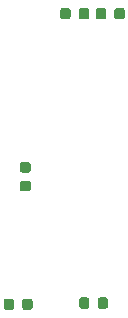
<source format=gbr>
%TF.GenerationSoftware,KiCad,Pcbnew,5.1.5+dfsg1-2build2*%
%TF.CreationDate,2021-10-16T11:12:39+01:00*%
%TF.ProjectId,bluePillG,626c7565-5069-46c6-9c47-2e6b69636164,rev?*%
%TF.SameCoordinates,Original*%
%TF.FileFunction,Paste,Bot*%
%TF.FilePolarity,Positive*%
%FSLAX46Y46*%
G04 Gerber Fmt 4.6, Leading zero omitted, Abs format (unit mm)*
G04 Created by KiCad (PCBNEW 5.1.5+dfsg1-2build2) date 2021-10-16 11:12:39*
%MOMM*%
%LPD*%
G04 APERTURE LIST*
%ADD10C,0.100000*%
G04 APERTURE END LIST*
D10*
%TO.C,R2*%
G36*
X53315191Y-61826053D02*
G01*
X53336426Y-61829203D01*
X53357250Y-61834419D01*
X53377462Y-61841651D01*
X53396868Y-61850830D01*
X53415281Y-61861866D01*
X53432524Y-61874654D01*
X53448430Y-61889070D01*
X53462846Y-61904976D01*
X53475634Y-61922219D01*
X53486670Y-61940632D01*
X53495849Y-61960038D01*
X53503081Y-61980250D01*
X53508297Y-62001074D01*
X53511447Y-62022309D01*
X53512500Y-62043750D01*
X53512500Y-62556250D01*
X53511447Y-62577691D01*
X53508297Y-62598926D01*
X53503081Y-62619750D01*
X53495849Y-62639962D01*
X53486670Y-62659368D01*
X53475634Y-62677781D01*
X53462846Y-62695024D01*
X53448430Y-62710930D01*
X53432524Y-62725346D01*
X53415281Y-62738134D01*
X53396868Y-62749170D01*
X53377462Y-62758349D01*
X53357250Y-62765581D01*
X53336426Y-62770797D01*
X53315191Y-62773947D01*
X53293750Y-62775000D01*
X52856250Y-62775000D01*
X52834809Y-62773947D01*
X52813574Y-62770797D01*
X52792750Y-62765581D01*
X52772538Y-62758349D01*
X52753132Y-62749170D01*
X52734719Y-62738134D01*
X52717476Y-62725346D01*
X52701570Y-62710930D01*
X52687154Y-62695024D01*
X52674366Y-62677781D01*
X52663330Y-62659368D01*
X52654151Y-62639962D01*
X52646919Y-62619750D01*
X52641703Y-62598926D01*
X52638553Y-62577691D01*
X52637500Y-62556250D01*
X52637500Y-62043750D01*
X52638553Y-62022309D01*
X52641703Y-62001074D01*
X52646919Y-61980250D01*
X52654151Y-61960038D01*
X52663330Y-61940632D01*
X52674366Y-61922219D01*
X52687154Y-61904976D01*
X52701570Y-61889070D01*
X52717476Y-61874654D01*
X52734719Y-61861866D01*
X52753132Y-61850830D01*
X52772538Y-61841651D01*
X52792750Y-61834419D01*
X52813574Y-61829203D01*
X52834809Y-61826053D01*
X52856250Y-61825000D01*
X53293750Y-61825000D01*
X53315191Y-61826053D01*
G37*
G36*
X51740191Y-61826053D02*
G01*
X51761426Y-61829203D01*
X51782250Y-61834419D01*
X51802462Y-61841651D01*
X51821868Y-61850830D01*
X51840281Y-61861866D01*
X51857524Y-61874654D01*
X51873430Y-61889070D01*
X51887846Y-61904976D01*
X51900634Y-61922219D01*
X51911670Y-61940632D01*
X51920849Y-61960038D01*
X51928081Y-61980250D01*
X51933297Y-62001074D01*
X51936447Y-62022309D01*
X51937500Y-62043750D01*
X51937500Y-62556250D01*
X51936447Y-62577691D01*
X51933297Y-62598926D01*
X51928081Y-62619750D01*
X51920849Y-62639962D01*
X51911670Y-62659368D01*
X51900634Y-62677781D01*
X51887846Y-62695024D01*
X51873430Y-62710930D01*
X51857524Y-62725346D01*
X51840281Y-62738134D01*
X51821868Y-62749170D01*
X51802462Y-62758349D01*
X51782250Y-62765581D01*
X51761426Y-62770797D01*
X51740191Y-62773947D01*
X51718750Y-62775000D01*
X51281250Y-62775000D01*
X51259809Y-62773947D01*
X51238574Y-62770797D01*
X51217750Y-62765581D01*
X51197538Y-62758349D01*
X51178132Y-62749170D01*
X51159719Y-62738134D01*
X51142476Y-62725346D01*
X51126570Y-62710930D01*
X51112154Y-62695024D01*
X51099366Y-62677781D01*
X51088330Y-62659368D01*
X51079151Y-62639962D01*
X51071919Y-62619750D01*
X51066703Y-62598926D01*
X51063553Y-62577691D01*
X51062500Y-62556250D01*
X51062500Y-62043750D01*
X51063553Y-62022309D01*
X51066703Y-62001074D01*
X51071919Y-61980250D01*
X51079151Y-61960038D01*
X51088330Y-61940632D01*
X51099366Y-61922219D01*
X51112154Y-61904976D01*
X51126570Y-61889070D01*
X51142476Y-61874654D01*
X51159719Y-61861866D01*
X51178132Y-61850830D01*
X51197538Y-61841651D01*
X51217750Y-61834419D01*
X51238574Y-61829203D01*
X51259809Y-61826053D01*
X51281250Y-61825000D01*
X51718750Y-61825000D01*
X51740191Y-61826053D01*
G37*
%TD*%
%TO.C,C19*%
G36*
X54915191Y-86326053D02*
G01*
X54936426Y-86329203D01*
X54957250Y-86334419D01*
X54977462Y-86341651D01*
X54996868Y-86350830D01*
X55015281Y-86361866D01*
X55032524Y-86374654D01*
X55048430Y-86389070D01*
X55062846Y-86404976D01*
X55075634Y-86422219D01*
X55086670Y-86440632D01*
X55095849Y-86460038D01*
X55103081Y-86480250D01*
X55108297Y-86501074D01*
X55111447Y-86522309D01*
X55112500Y-86543750D01*
X55112500Y-87056250D01*
X55111447Y-87077691D01*
X55108297Y-87098926D01*
X55103081Y-87119750D01*
X55095849Y-87139962D01*
X55086670Y-87159368D01*
X55075634Y-87177781D01*
X55062846Y-87195024D01*
X55048430Y-87210930D01*
X55032524Y-87225346D01*
X55015281Y-87238134D01*
X54996868Y-87249170D01*
X54977462Y-87258349D01*
X54957250Y-87265581D01*
X54936426Y-87270797D01*
X54915191Y-87273947D01*
X54893750Y-87275000D01*
X54456250Y-87275000D01*
X54434809Y-87273947D01*
X54413574Y-87270797D01*
X54392750Y-87265581D01*
X54372538Y-87258349D01*
X54353132Y-87249170D01*
X54334719Y-87238134D01*
X54317476Y-87225346D01*
X54301570Y-87210930D01*
X54287154Y-87195024D01*
X54274366Y-87177781D01*
X54263330Y-87159368D01*
X54254151Y-87139962D01*
X54246919Y-87119750D01*
X54241703Y-87098926D01*
X54238553Y-87077691D01*
X54237500Y-87056250D01*
X54237500Y-86543750D01*
X54238553Y-86522309D01*
X54241703Y-86501074D01*
X54246919Y-86480250D01*
X54254151Y-86460038D01*
X54263330Y-86440632D01*
X54274366Y-86422219D01*
X54287154Y-86404976D01*
X54301570Y-86389070D01*
X54317476Y-86374654D01*
X54334719Y-86361866D01*
X54353132Y-86350830D01*
X54372538Y-86341651D01*
X54392750Y-86334419D01*
X54413574Y-86329203D01*
X54434809Y-86326053D01*
X54456250Y-86325000D01*
X54893750Y-86325000D01*
X54915191Y-86326053D01*
G37*
G36*
X53340191Y-86326053D02*
G01*
X53361426Y-86329203D01*
X53382250Y-86334419D01*
X53402462Y-86341651D01*
X53421868Y-86350830D01*
X53440281Y-86361866D01*
X53457524Y-86374654D01*
X53473430Y-86389070D01*
X53487846Y-86404976D01*
X53500634Y-86422219D01*
X53511670Y-86440632D01*
X53520849Y-86460038D01*
X53528081Y-86480250D01*
X53533297Y-86501074D01*
X53536447Y-86522309D01*
X53537500Y-86543750D01*
X53537500Y-87056250D01*
X53536447Y-87077691D01*
X53533297Y-87098926D01*
X53528081Y-87119750D01*
X53520849Y-87139962D01*
X53511670Y-87159368D01*
X53500634Y-87177781D01*
X53487846Y-87195024D01*
X53473430Y-87210930D01*
X53457524Y-87225346D01*
X53440281Y-87238134D01*
X53421868Y-87249170D01*
X53402462Y-87258349D01*
X53382250Y-87265581D01*
X53361426Y-87270797D01*
X53340191Y-87273947D01*
X53318750Y-87275000D01*
X52881250Y-87275000D01*
X52859809Y-87273947D01*
X52838574Y-87270797D01*
X52817750Y-87265581D01*
X52797538Y-87258349D01*
X52778132Y-87249170D01*
X52759719Y-87238134D01*
X52742476Y-87225346D01*
X52726570Y-87210930D01*
X52712154Y-87195024D01*
X52699366Y-87177781D01*
X52688330Y-87159368D01*
X52679151Y-87139962D01*
X52671919Y-87119750D01*
X52666703Y-87098926D01*
X52663553Y-87077691D01*
X52662500Y-87056250D01*
X52662500Y-86543750D01*
X52663553Y-86522309D01*
X52666703Y-86501074D01*
X52671919Y-86480250D01*
X52679151Y-86460038D01*
X52688330Y-86440632D01*
X52699366Y-86422219D01*
X52712154Y-86404976D01*
X52726570Y-86389070D01*
X52742476Y-86374654D01*
X52759719Y-86361866D01*
X52778132Y-86350830D01*
X52797538Y-86341651D01*
X52817750Y-86334419D01*
X52838574Y-86329203D01*
X52859809Y-86326053D01*
X52881250Y-86325000D01*
X53318750Y-86325000D01*
X53340191Y-86326053D01*
G37*
%TD*%
%TO.C,C18*%
G36*
X46952691Y-86426053D02*
G01*
X46973926Y-86429203D01*
X46994750Y-86434419D01*
X47014962Y-86441651D01*
X47034368Y-86450830D01*
X47052781Y-86461866D01*
X47070024Y-86474654D01*
X47085930Y-86489070D01*
X47100346Y-86504976D01*
X47113134Y-86522219D01*
X47124170Y-86540632D01*
X47133349Y-86560038D01*
X47140581Y-86580250D01*
X47145797Y-86601074D01*
X47148947Y-86622309D01*
X47150000Y-86643750D01*
X47150000Y-87156250D01*
X47148947Y-87177691D01*
X47145797Y-87198926D01*
X47140581Y-87219750D01*
X47133349Y-87239962D01*
X47124170Y-87259368D01*
X47113134Y-87277781D01*
X47100346Y-87295024D01*
X47085930Y-87310930D01*
X47070024Y-87325346D01*
X47052781Y-87338134D01*
X47034368Y-87349170D01*
X47014962Y-87358349D01*
X46994750Y-87365581D01*
X46973926Y-87370797D01*
X46952691Y-87373947D01*
X46931250Y-87375000D01*
X46493750Y-87375000D01*
X46472309Y-87373947D01*
X46451074Y-87370797D01*
X46430250Y-87365581D01*
X46410038Y-87358349D01*
X46390632Y-87349170D01*
X46372219Y-87338134D01*
X46354976Y-87325346D01*
X46339070Y-87310930D01*
X46324654Y-87295024D01*
X46311866Y-87277781D01*
X46300830Y-87259368D01*
X46291651Y-87239962D01*
X46284419Y-87219750D01*
X46279203Y-87198926D01*
X46276053Y-87177691D01*
X46275000Y-87156250D01*
X46275000Y-86643750D01*
X46276053Y-86622309D01*
X46279203Y-86601074D01*
X46284419Y-86580250D01*
X46291651Y-86560038D01*
X46300830Y-86540632D01*
X46311866Y-86522219D01*
X46324654Y-86504976D01*
X46339070Y-86489070D01*
X46354976Y-86474654D01*
X46372219Y-86461866D01*
X46390632Y-86450830D01*
X46410038Y-86441651D01*
X46430250Y-86434419D01*
X46451074Y-86429203D01*
X46472309Y-86426053D01*
X46493750Y-86425000D01*
X46931250Y-86425000D01*
X46952691Y-86426053D01*
G37*
G36*
X48527691Y-86426053D02*
G01*
X48548926Y-86429203D01*
X48569750Y-86434419D01*
X48589962Y-86441651D01*
X48609368Y-86450830D01*
X48627781Y-86461866D01*
X48645024Y-86474654D01*
X48660930Y-86489070D01*
X48675346Y-86504976D01*
X48688134Y-86522219D01*
X48699170Y-86540632D01*
X48708349Y-86560038D01*
X48715581Y-86580250D01*
X48720797Y-86601074D01*
X48723947Y-86622309D01*
X48725000Y-86643750D01*
X48725000Y-87156250D01*
X48723947Y-87177691D01*
X48720797Y-87198926D01*
X48715581Y-87219750D01*
X48708349Y-87239962D01*
X48699170Y-87259368D01*
X48688134Y-87277781D01*
X48675346Y-87295024D01*
X48660930Y-87310930D01*
X48645024Y-87325346D01*
X48627781Y-87338134D01*
X48609368Y-87349170D01*
X48589962Y-87358349D01*
X48569750Y-87365581D01*
X48548926Y-87370797D01*
X48527691Y-87373947D01*
X48506250Y-87375000D01*
X48068750Y-87375000D01*
X48047309Y-87373947D01*
X48026074Y-87370797D01*
X48005250Y-87365581D01*
X47985038Y-87358349D01*
X47965632Y-87349170D01*
X47947219Y-87338134D01*
X47929976Y-87325346D01*
X47914070Y-87310930D01*
X47899654Y-87295024D01*
X47886866Y-87277781D01*
X47875830Y-87259368D01*
X47866651Y-87239962D01*
X47859419Y-87219750D01*
X47854203Y-87198926D01*
X47851053Y-87177691D01*
X47850000Y-87156250D01*
X47850000Y-86643750D01*
X47851053Y-86622309D01*
X47854203Y-86601074D01*
X47859419Y-86580250D01*
X47866651Y-86560038D01*
X47875830Y-86540632D01*
X47886866Y-86522219D01*
X47899654Y-86504976D01*
X47914070Y-86489070D01*
X47929976Y-86474654D01*
X47947219Y-86461866D01*
X47965632Y-86450830D01*
X47985038Y-86441651D01*
X48005250Y-86434419D01*
X48026074Y-86429203D01*
X48047309Y-86426053D01*
X48068750Y-86425000D01*
X48506250Y-86425000D01*
X48527691Y-86426053D01*
G37*
%TD*%
%TO.C,C15*%
G36*
X56327691Y-61826053D02*
G01*
X56348926Y-61829203D01*
X56369750Y-61834419D01*
X56389962Y-61841651D01*
X56409368Y-61850830D01*
X56427781Y-61861866D01*
X56445024Y-61874654D01*
X56460930Y-61889070D01*
X56475346Y-61904976D01*
X56488134Y-61922219D01*
X56499170Y-61940632D01*
X56508349Y-61960038D01*
X56515581Y-61980250D01*
X56520797Y-62001074D01*
X56523947Y-62022309D01*
X56525000Y-62043750D01*
X56525000Y-62556250D01*
X56523947Y-62577691D01*
X56520797Y-62598926D01*
X56515581Y-62619750D01*
X56508349Y-62639962D01*
X56499170Y-62659368D01*
X56488134Y-62677781D01*
X56475346Y-62695024D01*
X56460930Y-62710930D01*
X56445024Y-62725346D01*
X56427781Y-62738134D01*
X56409368Y-62749170D01*
X56389962Y-62758349D01*
X56369750Y-62765581D01*
X56348926Y-62770797D01*
X56327691Y-62773947D01*
X56306250Y-62775000D01*
X55868750Y-62775000D01*
X55847309Y-62773947D01*
X55826074Y-62770797D01*
X55805250Y-62765581D01*
X55785038Y-62758349D01*
X55765632Y-62749170D01*
X55747219Y-62738134D01*
X55729976Y-62725346D01*
X55714070Y-62710930D01*
X55699654Y-62695024D01*
X55686866Y-62677781D01*
X55675830Y-62659368D01*
X55666651Y-62639962D01*
X55659419Y-62619750D01*
X55654203Y-62598926D01*
X55651053Y-62577691D01*
X55650000Y-62556250D01*
X55650000Y-62043750D01*
X55651053Y-62022309D01*
X55654203Y-62001074D01*
X55659419Y-61980250D01*
X55666651Y-61960038D01*
X55675830Y-61940632D01*
X55686866Y-61922219D01*
X55699654Y-61904976D01*
X55714070Y-61889070D01*
X55729976Y-61874654D01*
X55747219Y-61861866D01*
X55765632Y-61850830D01*
X55785038Y-61841651D01*
X55805250Y-61834419D01*
X55826074Y-61829203D01*
X55847309Y-61826053D01*
X55868750Y-61825000D01*
X56306250Y-61825000D01*
X56327691Y-61826053D01*
G37*
G36*
X54752691Y-61826053D02*
G01*
X54773926Y-61829203D01*
X54794750Y-61834419D01*
X54814962Y-61841651D01*
X54834368Y-61850830D01*
X54852781Y-61861866D01*
X54870024Y-61874654D01*
X54885930Y-61889070D01*
X54900346Y-61904976D01*
X54913134Y-61922219D01*
X54924170Y-61940632D01*
X54933349Y-61960038D01*
X54940581Y-61980250D01*
X54945797Y-62001074D01*
X54948947Y-62022309D01*
X54950000Y-62043750D01*
X54950000Y-62556250D01*
X54948947Y-62577691D01*
X54945797Y-62598926D01*
X54940581Y-62619750D01*
X54933349Y-62639962D01*
X54924170Y-62659368D01*
X54913134Y-62677781D01*
X54900346Y-62695024D01*
X54885930Y-62710930D01*
X54870024Y-62725346D01*
X54852781Y-62738134D01*
X54834368Y-62749170D01*
X54814962Y-62758349D01*
X54794750Y-62765581D01*
X54773926Y-62770797D01*
X54752691Y-62773947D01*
X54731250Y-62775000D01*
X54293750Y-62775000D01*
X54272309Y-62773947D01*
X54251074Y-62770797D01*
X54230250Y-62765581D01*
X54210038Y-62758349D01*
X54190632Y-62749170D01*
X54172219Y-62738134D01*
X54154976Y-62725346D01*
X54139070Y-62710930D01*
X54124654Y-62695024D01*
X54111866Y-62677781D01*
X54100830Y-62659368D01*
X54091651Y-62639962D01*
X54084419Y-62619750D01*
X54079203Y-62598926D01*
X54076053Y-62577691D01*
X54075000Y-62556250D01*
X54075000Y-62043750D01*
X54076053Y-62022309D01*
X54079203Y-62001074D01*
X54084419Y-61980250D01*
X54091651Y-61960038D01*
X54100830Y-61940632D01*
X54111866Y-61922219D01*
X54124654Y-61904976D01*
X54139070Y-61889070D01*
X54154976Y-61874654D01*
X54172219Y-61861866D01*
X54190632Y-61850830D01*
X54210038Y-61841651D01*
X54230250Y-61834419D01*
X54251074Y-61829203D01*
X54272309Y-61826053D01*
X54293750Y-61825000D01*
X54731250Y-61825000D01*
X54752691Y-61826053D01*
G37*
%TD*%
%TO.C,C5*%
G36*
X48377691Y-74876053D02*
G01*
X48398926Y-74879203D01*
X48419750Y-74884419D01*
X48439962Y-74891651D01*
X48459368Y-74900830D01*
X48477781Y-74911866D01*
X48495024Y-74924654D01*
X48510930Y-74939070D01*
X48525346Y-74954976D01*
X48538134Y-74972219D01*
X48549170Y-74990632D01*
X48558349Y-75010038D01*
X48565581Y-75030250D01*
X48570797Y-75051074D01*
X48573947Y-75072309D01*
X48575000Y-75093750D01*
X48575000Y-75531250D01*
X48573947Y-75552691D01*
X48570797Y-75573926D01*
X48565581Y-75594750D01*
X48558349Y-75614962D01*
X48549170Y-75634368D01*
X48538134Y-75652781D01*
X48525346Y-75670024D01*
X48510930Y-75685930D01*
X48495024Y-75700346D01*
X48477781Y-75713134D01*
X48459368Y-75724170D01*
X48439962Y-75733349D01*
X48419750Y-75740581D01*
X48398926Y-75745797D01*
X48377691Y-75748947D01*
X48356250Y-75750000D01*
X47843750Y-75750000D01*
X47822309Y-75748947D01*
X47801074Y-75745797D01*
X47780250Y-75740581D01*
X47760038Y-75733349D01*
X47740632Y-75724170D01*
X47722219Y-75713134D01*
X47704976Y-75700346D01*
X47689070Y-75685930D01*
X47674654Y-75670024D01*
X47661866Y-75652781D01*
X47650830Y-75634368D01*
X47641651Y-75614962D01*
X47634419Y-75594750D01*
X47629203Y-75573926D01*
X47626053Y-75552691D01*
X47625000Y-75531250D01*
X47625000Y-75093750D01*
X47626053Y-75072309D01*
X47629203Y-75051074D01*
X47634419Y-75030250D01*
X47641651Y-75010038D01*
X47650830Y-74990632D01*
X47661866Y-74972219D01*
X47674654Y-74954976D01*
X47689070Y-74939070D01*
X47704976Y-74924654D01*
X47722219Y-74911866D01*
X47740632Y-74900830D01*
X47760038Y-74891651D01*
X47780250Y-74884419D01*
X47801074Y-74879203D01*
X47822309Y-74876053D01*
X47843750Y-74875000D01*
X48356250Y-74875000D01*
X48377691Y-74876053D01*
G37*
G36*
X48377691Y-76451053D02*
G01*
X48398926Y-76454203D01*
X48419750Y-76459419D01*
X48439962Y-76466651D01*
X48459368Y-76475830D01*
X48477781Y-76486866D01*
X48495024Y-76499654D01*
X48510930Y-76514070D01*
X48525346Y-76529976D01*
X48538134Y-76547219D01*
X48549170Y-76565632D01*
X48558349Y-76585038D01*
X48565581Y-76605250D01*
X48570797Y-76626074D01*
X48573947Y-76647309D01*
X48575000Y-76668750D01*
X48575000Y-77106250D01*
X48573947Y-77127691D01*
X48570797Y-77148926D01*
X48565581Y-77169750D01*
X48558349Y-77189962D01*
X48549170Y-77209368D01*
X48538134Y-77227781D01*
X48525346Y-77245024D01*
X48510930Y-77260930D01*
X48495024Y-77275346D01*
X48477781Y-77288134D01*
X48459368Y-77299170D01*
X48439962Y-77308349D01*
X48419750Y-77315581D01*
X48398926Y-77320797D01*
X48377691Y-77323947D01*
X48356250Y-77325000D01*
X47843750Y-77325000D01*
X47822309Y-77323947D01*
X47801074Y-77320797D01*
X47780250Y-77315581D01*
X47760038Y-77308349D01*
X47740632Y-77299170D01*
X47722219Y-77288134D01*
X47704976Y-77275346D01*
X47689070Y-77260930D01*
X47674654Y-77245024D01*
X47661866Y-77227781D01*
X47650830Y-77209368D01*
X47641651Y-77189962D01*
X47634419Y-77169750D01*
X47629203Y-77148926D01*
X47626053Y-77127691D01*
X47625000Y-77106250D01*
X47625000Y-76668750D01*
X47626053Y-76647309D01*
X47629203Y-76626074D01*
X47634419Y-76605250D01*
X47641651Y-76585038D01*
X47650830Y-76565632D01*
X47661866Y-76547219D01*
X47674654Y-76529976D01*
X47689070Y-76514070D01*
X47704976Y-76499654D01*
X47722219Y-76486866D01*
X47740632Y-76475830D01*
X47760038Y-76466651D01*
X47780250Y-76459419D01*
X47801074Y-76454203D01*
X47822309Y-76451053D01*
X47843750Y-76450000D01*
X48356250Y-76450000D01*
X48377691Y-76451053D01*
G37*
%TD*%
M02*

</source>
